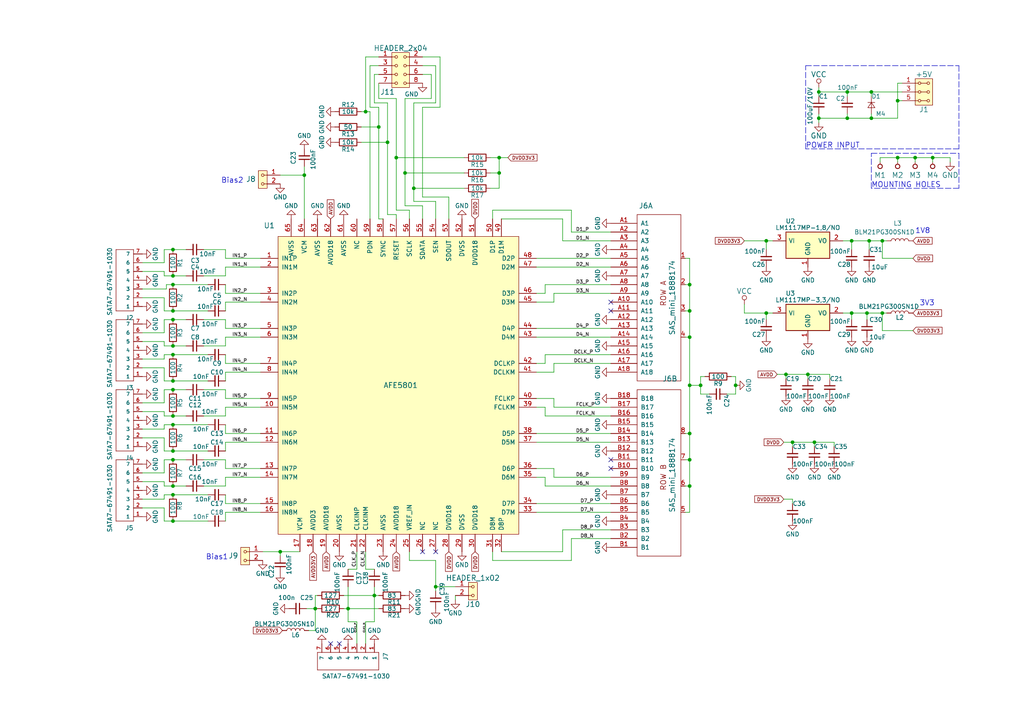
<source format=kicad_sch>
(kicad_sch (version 20210406) (generator eeschema)
  (paper "A4")
  (title_block (title "ADCoctoSPI01A") (date "%F") (rev "REV 0.2") (company "ORBISYS www.orbisys.sk") (comment 1 "VERSION 1") (comment 2 "8-channel ADC") (comment 3 "Maksim Rezenov, Jakub kakona"))
  (junction (at 50.165 72.39) (diameter 0.9144))
  (junction (at 50.165 80.01) (diameter 0.9144))
  (junction (at 50.165 82.55) (diameter 0.9144))
  (junction (at 50.165 90.17) (diameter 0.9144))
  (junction (at 50.165 92.71) (diameter 0.9144))
  (junction (at 50.165 100.33) (diameter 0.9144))
  (junction (at 50.165 102.87) (diameter 0.9144))
  (junction (at 50.165 110.49) (diameter 0.9144))
  (junction (at 50.165 113.03) (diameter 0.9144))
  (junction (at 50.165 120.65) (diameter 0.9144))
  (junction (at 50.165 123.19) (diameter 0.9144))
  (junction (at 50.165 130.81) (diameter 0.9144))
  (junction (at 50.165 133.35) (diameter 0.9144))
  (junction (at 50.165 140.97) (diameter 0.9144))
  (junction (at 50.165 143.51) (diameter 0.9144))
  (junction (at 50.165 151.13) (diameter 0.9144))
  (junction (at 81.28 160.02) (diameter 0.9144))
  (junction (at 88.265 50.8) (diameter 0.9144))
  (junction (at 91.44 176.53) (diameter 0.9144))
  (junction (at 100.965 176.53) (diameter 0.9144))
  (junction (at 106.045 32.385) (diameter 0.9144))
  (junction (at 108.585 172.72) (diameter 0.9144))
  (junction (at 109.855 36.83) (diameter 0.9144))
  (junction (at 112.395 41.275) (diameter 0.9144))
  (junction (at 114.935 45.72) (diameter 0.9144))
  (junction (at 117.475 50.165) (diameter 0.9144))
  (junction (at 120.015 54.61) (diameter 0.9144))
  (junction (at 126.365 170.18) (diameter 0.9144))
  (junction (at 144.78 45.72) (diameter 0.9144))
  (junction (at 144.78 50.165) (diameter 0.9144))
  (junction (at 200.025 82.55) (diameter 0.9144))
  (junction (at 200.025 90.17) (diameter 0.9144))
  (junction (at 200.025 97.79) (diameter 0.9144))
  (junction (at 200.025 111.76) (diameter 0.9144))
  (junction (at 200.025 125.73) (diameter 0.9144))
  (junction (at 200.025 133.35) (diameter 0.9144))
  (junction (at 200.025 140.97) (diameter 0.9144))
  (junction (at 203.2 111.76) (diameter 0.9144))
  (junction (at 213.36 111.76) (diameter 0.9144))
  (junction (at 222.25 69.85) (diameter 0.9144))
  (junction (at 222.25 90.805) (diameter 0.9144))
  (junction (at 227.965 108.585) (diameter 0.9144))
  (junction (at 229.87 128.27) (diameter 0.9144))
  (junction (at 234.315 108.585) (diameter 0.9144))
  (junction (at 236.22 128.27) (diameter 0.9144))
  (junction (at 237.49 26.67) (diameter 0.9144))
  (junction (at 237.49 34.29) (diameter 0.9144))
  (junction (at 245.745 26.67) (diameter 0.9144))
  (junction (at 245.745 34.29) (diameter 0.9144))
  (junction (at 247.015 69.85) (diameter 0.9144))
  (junction (at 247.015 90.805) (diameter 0.9144))
  (junction (at 251.46 90.805) (diameter 0.9144))
  (junction (at 252.095 69.85) (diameter 0.9144))
  (junction (at 252.73 26.67) (diameter 0.9144))
  (junction (at 252.73 34.29) (diameter 0.9144))
  (junction (at 255.905 69.85) (diameter 0.9144))
  (junction (at 255.905 90.805) (diameter 0.9144))
  (junction (at 260.35 29.21) (diameter 0.9144))
  (junction (at 260.35 45.72) (diameter 0.9144))
  (junction (at 265.43 45.72) (diameter 0.9144))
  (junction (at 270.51 45.72) (diameter 0.9144))
  (no_connect (at 95.885 186.69))
  (no_connect (at 98.425 186.69))
  (no_connect (at 122.555 160.02))
  (no_connect (at 126.365 160.02))
  (no_connect (at 177.165 87.63))
  (no_connect (at 177.165 90.17))
  (no_connect (at 177.165 133.35))
  (no_connect (at 177.165 135.89))
  (wire (pts (xy 41.275 76.2) (xy 47.625 76.2)))
  (wire (pts (xy 41.275 78.74) (xy 47.625 78.74)))
  (wire (pts (xy 41.275 83.82) (xy 48.26 83.82)))
  (wire (pts (xy 41.275 86.36) (xy 47.625 86.36)))
  (wire (pts (xy 41.275 99.06) (xy 47.625 99.06)))
  (wire (pts (xy 41.275 106.68) (xy 47.625 106.68)))
  (wire (pts (xy 41.275 119.38) (xy 47.625 119.38)))
  (wire (pts (xy 41.275 124.46) (xy 47.625 124.46)))
  (wire (pts (xy 41.275 127) (xy 47.625 127)))
  (wire (pts (xy 41.275 139.7) (xy 47.625 139.7)))
  (wire (pts (xy 41.275 147.32) (xy 47.625 147.32)))
  (wire (pts (xy 47.625 72.39) (xy 50.165 72.39)))
  (wire (pts (xy 47.625 76.2) (xy 47.625 72.39)))
  (wire (pts (xy 47.625 78.74) (xy 47.625 80.01)))
  (wire (pts (xy 47.625 80.01) (xy 50.165 80.01)))
  (wire (pts (xy 47.625 86.36) (xy 47.625 90.17)))
  (wire (pts (xy 47.625 90.17) (xy 50.165 90.17)))
  (wire (pts (xy 47.625 92.71) (xy 47.625 96.52)))
  (wire (pts (xy 47.625 92.71) (xy 50.165 92.71)))
  (wire (pts (xy 47.625 96.52) (xy 41.275 96.52)))
  (wire (pts (xy 47.625 99.06) (xy 47.625 100.33)))
  (wire (pts (xy 47.625 100.33) (xy 50.165 100.33)))
  (wire (pts (xy 47.625 102.87) (xy 50.165 102.87)))
  (wire (pts (xy 47.625 104.14) (xy 41.275 104.14)))
  (wire (pts (xy 47.625 104.14) (xy 47.625 102.87)))
  (wire (pts (xy 47.625 106.68) (xy 47.625 110.49)))
  (wire (pts (xy 47.625 110.49) (xy 50.165 110.49)))
  (wire (pts (xy 47.625 113.03) (xy 47.625 116.84)))
  (wire (pts (xy 47.625 113.03) (xy 50.165 113.03)))
  (wire (pts (xy 47.625 116.84) (xy 41.275 116.84)))
  (wire (pts (xy 47.625 119.38) (xy 47.625 120.65)))
  (wire (pts (xy 47.625 120.65) (xy 50.165 120.65)))
  (wire (pts (xy 47.625 123.19) (xy 50.165 123.19)))
  (wire (pts (xy 47.625 124.46) (xy 47.625 123.19)))
  (wire (pts (xy 47.625 127) (xy 47.625 130.81)))
  (wire (pts (xy 47.625 130.81) (xy 50.165 130.81)))
  (wire (pts (xy 47.625 133.35) (xy 47.625 137.16)))
  (wire (pts (xy 47.625 133.35) (xy 50.165 133.35)))
  (wire (pts (xy 47.625 137.16) (xy 41.275 137.16)))
  (wire (pts (xy 47.625 139.7) (xy 47.625 140.97)))
  (wire (pts (xy 47.625 140.97) (xy 50.165 140.97)))
  (wire (pts (xy 47.625 143.51) (xy 47.625 144.78)))
  (wire (pts (xy 47.625 143.51) (xy 50.165 143.51)))
  (wire (pts (xy 47.625 144.78) (xy 41.275 144.78)))
  (wire (pts (xy 47.625 147.32) (xy 47.625 151.13)))
  (wire (pts (xy 47.625 151.13) (xy 50.165 151.13)))
  (wire (pts (xy 48.26 82.55) (xy 50.165 82.55)))
  (wire (pts (xy 48.26 83.82) (xy 48.26 82.55)))
  (wire (pts (xy 50.165 72.39) (xy 53.975 72.39)))
  (wire (pts (xy 50.165 80.01) (xy 53.975 80.01)))
  (wire (pts (xy 50.165 82.55) (xy 60.325 82.55)))
  (wire (pts (xy 50.165 90.17) (xy 60.325 90.17)))
  (wire (pts (xy 50.165 92.71) (xy 53.975 92.71)))
  (wire (pts (xy 50.165 100.33) (xy 53.975 100.33)))
  (wire (pts (xy 50.165 102.87) (xy 60.325 102.87)))
  (wire (pts (xy 50.165 110.49) (xy 60.325 110.49)))
  (wire (pts (xy 50.165 113.03) (xy 53.975 113.03)))
  (wire (pts (xy 50.165 120.65) (xy 53.975 120.65)))
  (wire (pts (xy 50.165 123.19) (xy 60.325 123.19)))
  (wire (pts (xy 50.165 130.81) (xy 60.325 130.81)))
  (wire (pts (xy 50.165 133.35) (xy 53.975 133.35)))
  (wire (pts (xy 50.165 140.97) (xy 53.975 140.97)))
  (wire (pts (xy 50.165 143.51) (xy 60.325 143.51)))
  (wire (pts (xy 50.165 151.13) (xy 60.325 151.13)))
  (wire (pts (xy 59.055 72.39) (xy 65.405 72.39)))
  (wire (pts (xy 59.055 92.71) (xy 65.405 92.71)))
  (wire (pts (xy 59.055 100.33) (xy 65.405 100.33)))
  (wire (pts (xy 59.055 113.03) (xy 65.405 113.03)))
  (wire (pts (xy 59.055 120.65) (xy 65.405 120.65)))
  (wire (pts (xy 59.055 133.35) (xy 65.405 133.35)))
  (wire (pts (xy 59.055 140.97) (xy 65.405 140.97)))
  (wire (pts (xy 65.405 72.39) (xy 65.405 74.93)))
  (wire (pts (xy 65.405 74.93) (xy 75.565 74.93)))
  (wire (pts (xy 65.405 77.47) (xy 65.405 80.01)))
  (wire (pts (xy 65.405 77.47) (xy 75.565 77.47)))
  (wire (pts (xy 65.405 80.01) (xy 59.055 80.01)))
  (wire (pts (xy 65.405 82.55) (xy 65.405 85.09)))
  (wire (pts (xy 65.405 85.09) (xy 75.565 85.09)))
  (wire (pts (xy 65.405 87.63) (xy 75.565 87.63)))
  (wire (pts (xy 65.405 90.17) (xy 65.405 87.63)))
  (wire (pts (xy 65.405 92.71) (xy 65.405 95.25)))
  (wire (pts (xy 65.405 95.25) (xy 75.565 95.25)))
  (wire (pts (xy 65.405 97.79) (xy 75.565 97.79)))
  (wire (pts (xy 65.405 100.33) (xy 65.405 97.79)))
  (wire (pts (xy 65.405 102.87) (xy 65.405 105.41)))
  (wire (pts (xy 65.405 105.41) (xy 75.565 105.41)))
  (wire (pts (xy 65.405 107.95) (xy 75.565 107.95)))
  (wire (pts (xy 65.405 110.49) (xy 65.405 107.95)))
  (wire (pts (xy 65.405 113.03) (xy 65.405 115.57)))
  (wire (pts (xy 65.405 115.57) (xy 75.565 115.57)))
  (wire (pts (xy 65.405 118.11) (xy 75.565 118.11)))
  (wire (pts (xy 65.405 120.65) (xy 65.405 118.11)))
  (wire (pts (xy 65.405 123.19) (xy 65.405 125.73)))
  (wire (pts (xy 65.405 125.73) (xy 75.565 125.73)))
  (wire (pts (xy 65.405 128.27) (xy 75.565 128.27)))
  (wire (pts (xy 65.405 130.81) (xy 65.405 128.27)))
  (wire (pts (xy 65.405 133.35) (xy 65.405 135.89)))
  (wire (pts (xy 65.405 135.89) (xy 75.565 135.89)))
  (wire (pts (xy 65.405 138.43) (xy 75.565 138.43)))
  (wire (pts (xy 65.405 140.97) (xy 65.405 138.43)))
  (wire (pts (xy 65.405 143.51) (xy 65.405 146.05)))
  (wire (pts (xy 65.405 146.05) (xy 75.565 146.05)))
  (wire (pts (xy 65.405 148.59) (xy 75.565 148.59)))
  (wire (pts (xy 65.405 151.13) (xy 65.405 148.59)))
  (wire (pts (xy 76.2 160.02) (xy 81.28 160.02)))
  (wire (pts (xy 81.28 50.8) (xy 88.265 50.8)))
  (wire (pts (xy 81.28 160.02) (xy 86.995 160.02)))
  (wire (pts (xy 81.28 161.29) (xy 81.28 160.02)))
  (wire (pts (xy 88.265 48.26) (xy 88.265 50.8)))
  (wire (pts (xy 88.265 50.8) (xy 88.265 63.5)))
  (wire (pts (xy 88.9 176.53) (xy 91.44 176.53)))
  (wire (pts (xy 89.535 182.88) (xy 91.44 182.88)))
  (wire (pts (xy 91.44 172.72) (xy 91.44 176.53)))
  (wire (pts (xy 91.44 182.88) (xy 91.44 176.53)))
  (wire (pts (xy 92.075 172.72) (xy 91.44 172.72)))
  (wire (pts (xy 92.075 176.53) (xy 91.44 176.53)))
  (wire (pts (xy 99.695 172.72) (xy 108.585 172.72)))
  (wire (pts (xy 99.695 176.53) (xy 100.965 176.53)))
  (wire (pts (xy 100.965 165.1) (xy 103.505 165.1)))
  (wire (pts (xy 100.965 170.18) (xy 100.965 176.53)))
  (wire (pts (xy 100.965 176.53) (xy 100.965 180.34)))
  (wire (pts (xy 100.965 180.34) (xy 103.505 180.34)))
  (wire (pts (xy 103.505 160.02) (xy 103.505 165.1)))
  (wire (pts (xy 103.505 180.34) (xy 103.505 186.69)))
  (wire (pts (xy 104.775 32.385) (xy 106.045 32.385)))
  (wire (pts (xy 104.775 36.83) (xy 109.855 36.83)))
  (wire (pts (xy 104.775 41.275) (xy 112.395 41.275)))
  (wire (pts (xy 106.045 16.51) (xy 106.045 32.385)))
  (wire (pts (xy 106.045 32.385) (xy 107.315 32.385)))
  (wire (pts (xy 106.045 160.02) (xy 106.045 165.1)))
  (wire (pts (xy 106.045 165.1) (xy 108.585 165.1)))
  (wire (pts (xy 106.045 180.34) (xy 108.585 180.34)))
  (wire (pts (xy 106.045 186.69) (xy 106.045 180.34)))
  (wire (pts (xy 107.315 19.05) (xy 107.315 31.115)))
  (wire (pts (xy 107.315 31.115) (xy 109.855 31.115)))
  (wire (pts (xy 107.315 32.385) (xy 107.315 63.5)))
  (wire (pts (xy 108.585 21.59) (xy 108.585 29.845)))
  (wire (pts (xy 108.585 29.845) (xy 112.395 29.845)))
  (wire (pts (xy 108.585 172.72) (xy 108.585 170.18)))
  (wire (pts (xy 108.585 180.34) (xy 108.585 172.72)))
  (wire (pts (xy 109.855 16.51) (xy 106.045 16.51)))
  (wire (pts (xy 109.855 19.05) (xy 107.315 19.05)))
  (wire (pts (xy 109.855 21.59) (xy 108.585 21.59)))
  (wire (pts (xy 109.855 24.13) (xy 109.855 28.575)))
  (wire (pts (xy 109.855 28.575) (xy 114.935 28.575)))
  (wire (pts (xy 109.855 31.115) (xy 109.855 36.83)))
  (wire (pts (xy 109.855 36.83) (xy 109.855 63.5)))
  (wire (pts (xy 109.855 63.5) (xy 111.125 63.5)))
  (wire (pts (xy 109.855 172.72) (xy 108.585 172.72)))
  (wire (pts (xy 109.855 176.53) (xy 100.965 176.53)))
  (wire (pts (xy 112.395 29.845) (xy 112.395 41.275)))
  (wire (pts (xy 112.395 41.275) (xy 112.395 62.23)))
  (wire (pts (xy 112.395 62.23) (xy 114.935 62.23)))
  (wire (pts (xy 114.935 28.575) (xy 114.935 45.72)))
  (wire (pts (xy 114.935 45.72) (xy 114.935 60.96)))
  (wire (pts (xy 114.935 60.96) (xy 118.745 60.96)))
  (wire (pts (xy 114.935 62.23) (xy 114.935 63.5)))
  (wire (pts (xy 117.475 28.575) (xy 117.475 50.165)))
  (wire (pts (xy 117.475 28.575) (xy 125.095 28.575)))
  (wire (pts (xy 117.475 50.165) (xy 117.475 59.69)))
  (wire (pts (xy 117.475 59.69) (xy 122.555 59.69)))
  (wire (pts (xy 118.745 60.96) (xy 118.745 63.5)))
  (wire (pts (xy 118.745 160.02) (xy 118.745 162.56)))
  (wire (pts (xy 118.745 162.56) (xy 126.365 162.56)))
  (wire (pts (xy 120.015 29.845) (xy 120.015 54.61)))
  (wire (pts (xy 120.015 29.845) (xy 126.365 29.845)))
  (wire (pts (xy 120.015 54.61) (xy 120.015 58.42)))
  (wire (pts (xy 120.015 58.42) (xy 126.365 58.42)))
  (wire (pts (xy 122.555 31.115) (xy 127.635 31.115)))
  (wire (pts (xy 122.555 57.15) (xy 122.555 31.115)))
  (wire (pts (xy 122.555 57.15) (xy 130.175 57.15)))
  (wire (pts (xy 122.555 59.69) (xy 122.555 63.5)))
  (wire (pts (xy 125.095 21.59) (xy 122.555 21.59)))
  (wire (pts (xy 125.095 28.575) (xy 125.095 21.59)))
  (wire (pts (xy 126.365 19.05) (xy 122.555 19.05)))
  (wire (pts (xy 126.365 29.845) (xy 126.365 19.05)))
  (wire (pts (xy 126.365 58.42) (xy 126.365 63.5)))
  (wire (pts (xy 126.365 162.56) (xy 126.365 170.18)))
  (wire (pts (xy 126.365 170.18) (xy 126.365 171.45)))
  (wire (pts (xy 127.635 16.51) (xy 122.555 16.51)))
  (wire (pts (xy 127.635 31.115) (xy 127.635 16.51)))
  (wire (pts (xy 130.175 57.15) (xy 130.175 63.5)))
  (wire (pts (xy 132.08 170.18) (xy 126.365 170.18)))
  (wire (pts (xy 132.08 172.72) (xy 132.08 173.99)))
  (wire (pts (xy 134.62 45.72) (xy 114.935 45.72)))
  (wire (pts (xy 134.62 50.165) (xy 117.475 50.165)))
  (wire (pts (xy 134.62 54.61) (xy 120.015 54.61)))
  (wire (pts (xy 142.24 45.72) (xy 144.78 45.72)))
  (wire (pts (xy 142.24 50.165) (xy 144.78 50.165)))
  (wire (pts (xy 142.875 60.96) (xy 142.875 63.5)))
  (wire (pts (xy 142.875 160.02) (xy 142.875 162.56)))
  (wire (pts (xy 142.875 162.56) (xy 165.735 162.56)))
  (wire (pts (xy 144.78 45.72) (xy 144.78 50.165)))
  (wire (pts (xy 144.78 45.72) (xy 147.32 45.72)))
  (wire (pts (xy 144.78 50.165) (xy 144.78 54.61)))
  (wire (pts (xy 144.78 54.61) (xy 142.24 54.61)))
  (wire (pts (xy 145.415 63.5) (xy 163.195 63.5)))
  (wire (pts (xy 145.415 160.02) (xy 163.195 160.02)))
  (wire (pts (xy 155.575 74.93) (xy 177.165 74.93)))
  (wire (pts (xy 155.575 77.47) (xy 177.165 77.47)))
  (wire (pts (xy 155.575 85.09) (xy 158.115 85.09)))
  (wire (pts (xy 155.575 87.63) (xy 160.655 87.63)))
  (wire (pts (xy 155.575 95.25) (xy 177.165 95.25)))
  (wire (pts (xy 155.575 97.79) (xy 177.165 97.79)))
  (wire (pts (xy 155.575 105.41) (xy 158.115 105.41)))
  (wire (pts (xy 155.575 107.95) (xy 160.655 107.95)))
  (wire (pts (xy 155.575 115.57) (xy 160.655 115.57)))
  (wire (pts (xy 155.575 118.11) (xy 158.115 118.11)))
  (wire (pts (xy 155.575 125.73) (xy 177.165 125.73)))
  (wire (pts (xy 155.575 128.27) (xy 177.165 128.27)))
  (wire (pts (xy 155.575 135.89) (xy 160.655 135.89)))
  (wire (pts (xy 155.575 138.43) (xy 158.115 138.43)))
  (wire (pts (xy 155.575 146.05) (xy 177.165 146.05)))
  (wire (pts (xy 155.575 148.59) (xy 177.165 148.59)))
  (wire (pts (xy 158.115 82.55) (xy 177.165 82.55)))
  (wire (pts (xy 158.115 85.09) (xy 158.115 82.55)))
  (wire (pts (xy 158.115 102.87) (xy 158.115 105.41)))
  (wire (pts (xy 158.115 118.11) (xy 158.115 120.65)))
  (wire (pts (xy 158.115 120.65) (xy 177.165 120.65)))
  (wire (pts (xy 158.115 138.43) (xy 158.115 140.97)))
  (wire (pts (xy 158.115 140.97) (xy 177.165 140.97)))
  (wire (pts (xy 160.655 85.09) (xy 177.165 85.09)))
  (wire (pts (xy 160.655 87.63) (xy 160.655 85.09)))
  (wire (pts (xy 160.655 105.41) (xy 177.165 105.41)))
  (wire (pts (xy 160.655 107.95) (xy 160.655 105.41)))
  (wire (pts (xy 160.655 115.57) (xy 160.655 118.11)))
  (wire (pts (xy 160.655 118.11) (xy 177.165 118.11)))
  (wire (pts (xy 160.655 135.89) (xy 160.655 138.43)))
  (wire (pts (xy 160.655 138.43) (xy 177.165 138.43)))
  (wire (pts (xy 163.195 63.5) (xy 163.195 69.85)))
  (wire (pts (xy 163.195 69.85) (xy 177.165 69.85)))
  (wire (pts (xy 163.195 153.67) (xy 177.165 153.67)))
  (wire (pts (xy 163.195 160.02) (xy 163.195 153.67)))
  (wire (pts (xy 165.735 60.96) (xy 142.875 60.96)))
  (wire (pts (xy 165.735 67.31) (xy 165.735 60.96)))
  (wire (pts (xy 165.735 156.21) (xy 177.165 156.21)))
  (wire (pts (xy 165.735 162.56) (xy 165.735 156.21)))
  (wire (pts (xy 177.165 67.31) (xy 165.735 67.31)))
  (wire (pts (xy 177.165 102.87) (xy 158.115 102.87)))
  (wire (pts (xy 198.755 74.93) (xy 200.025 74.93)))
  (wire (pts (xy 198.755 82.55) (xy 200.025 82.55)))
  (wire (pts (xy 198.755 90.17) (xy 200.025 90.17)))
  (wire (pts (xy 198.755 97.79) (xy 200.025 97.79)))
  (wire (pts (xy 198.755 125.73) (xy 200.025 125.73)))
  (wire (pts (xy 198.755 133.35) (xy 200.025 133.35)))
  (wire (pts (xy 198.755 140.97) (xy 200.025 140.97)))
  (wire (pts (xy 200.025 74.93) (xy 200.025 82.55)))
  (wire (pts (xy 200.025 82.55) (xy 200.025 90.17)))
  (wire (pts (xy 200.025 90.17) (xy 200.025 97.79)))
  (wire (pts (xy 200.025 97.79) (xy 200.025 111.76)))
  (wire (pts (xy 200.025 111.76) (xy 200.025 125.73)))
  (wire (pts (xy 200.025 111.76) (xy 203.2 111.76)))
  (wire (pts (xy 200.025 125.73) (xy 200.025 133.35)))
  (wire (pts (xy 200.025 133.35) (xy 200.025 140.97)))
  (wire (pts (xy 200.025 140.97) (xy 200.025 148.59)))
  (wire (pts (xy 200.025 148.59) (xy 198.755 148.59)))
  (wire (pts (xy 203.2 109.22) (xy 203.2 111.76)))
  (wire (pts (xy 203.2 111.76) (xy 203.2 114.3)))
  (wire (pts (xy 203.2 114.3) (xy 205.74 114.3)))
  (wire (pts (xy 204.47 109.22) (xy 203.2 109.22)))
  (wire (pts (xy 210.82 114.3) (xy 213.36 114.3)))
  (wire (pts (xy 213.36 109.22) (xy 212.09 109.22)))
  (wire (pts (xy 213.36 111.76) (xy 213.36 109.22)))
  (wire (pts (xy 213.36 114.3) (xy 213.36 111.76)))
  (wire (pts (xy 215.9 69.85) (xy 222.25 69.85)))
  (wire (pts (xy 215.9 88.265) (xy 215.9 90.805)))
  (wire (pts (xy 215.9 90.805) (xy 222.25 90.805)))
  (wire (pts (xy 222.25 69.85) (xy 224.155 69.85)))
  (wire (pts (xy 222.25 72.39) (xy 222.25 69.85)))
  (wire (pts (xy 222.25 90.805) (xy 224.155 90.805)))
  (wire (pts (xy 222.25 92.71) (xy 222.25 90.805)))
  (wire (pts (xy 225.425 108.585) (xy 227.965 108.585)))
  (wire (pts (xy 227.33 128.27) (xy 229.87 128.27)))
  (wire (pts (xy 227.33 144.78) (xy 229.87 144.78)))
  (wire (pts (xy 227.965 108.585) (xy 234.315 108.585)))
  (wire (pts (xy 227.965 109.855) (xy 227.965 108.585)))
  (wire (pts (xy 229.87 128.27) (xy 236.22 128.27)))
  (wire (pts (xy 229.87 129.54) (xy 229.87 128.27)))
  (wire (pts (xy 229.87 144.78) (xy 229.87 146.05)))
  (wire (pts (xy 234.315 108.585) (xy 240.665 108.585)))
  (wire (pts (xy 234.315 109.855) (xy 234.315 108.585)))
  (wire (pts (xy 236.22 128.27) (xy 241.935 128.27)))
  (wire (pts (xy 236.22 129.54) (xy 236.22 128.27)))
  (wire (pts (xy 237.49 25.4) (xy 237.49 26.67)))
  (wire (pts (xy 237.49 26.67) (xy 237.49 27.94)))
  (wire (pts (xy 237.49 26.67) (xy 245.745 26.67)))
  (wire (pts (xy 237.49 33.02) (xy 237.49 34.29)))
  (wire (pts (xy 237.49 34.29) (xy 237.49 35.56)))
  (wire (pts (xy 240.665 108.585) (xy 240.665 109.855)))
  (wire (pts (xy 241.935 128.27) (xy 241.935 129.54)))
  (wire (pts (xy 244.475 69.85) (xy 247.015 69.85)))
  (wire (pts (xy 244.475 90.805) (xy 247.015 90.805)))
  (wire (pts (xy 245.745 26.67) (xy 252.73 26.67)))
  (wire (pts (xy 245.745 27.94) (xy 245.745 26.67)))
  (wire (pts (xy 245.745 33.02) (xy 245.745 34.29)))
  (wire (pts (xy 245.745 34.29) (xy 237.49 34.29)))
  (wire (pts (xy 247.015 69.85) (xy 252.095 69.85)))
  (wire (pts (xy 247.015 72.39) (xy 247.015 69.85)))
  (wire (pts (xy 247.015 90.805) (xy 247.015 92.71)))
  (wire (pts (xy 247.015 90.805) (xy 251.46 90.805)))
  (wire (pts (xy 251.46 90.805) (xy 251.46 92.71)))
  (wire (pts (xy 251.46 90.805) (xy 255.905 90.805)))
  (wire (pts (xy 252.095 69.85) (xy 255.905 69.85)))
  (wire (pts (xy 252.095 72.39) (xy 252.095 69.85)))
  (wire (pts (xy 252.73 26.67) (xy 261.62 26.67)))
  (wire (pts (xy 252.73 27.94) (xy 252.73 26.67)))
  (wire (pts (xy 252.73 33.02) (xy 252.73 34.29)))
  (wire (pts (xy 252.73 34.29) (xy 245.745 34.29)))
  (wire (pts (xy 255.27 45.72) (xy 255.27 46.99)))
  (wire (pts (xy 255.27 45.72) (xy 260.35 45.72)))
  (wire (pts (xy 255.905 69.85) (xy 257.175 69.85)))
  (wire (pts (xy 255.905 74.93) (xy 255.905 69.85)))
  (wire (pts (xy 255.905 74.93) (xy 264.795 74.93)))
  (wire (pts (xy 255.905 90.805) (xy 257.175 90.805)))
  (wire (pts (xy 255.905 95.885) (xy 255.905 90.805)))
  (wire (pts (xy 260.35 24.13) (xy 260.35 29.21)))
  (wire (pts (xy 260.35 29.21) (xy 260.35 34.29)))
  (wire (pts (xy 260.35 34.29) (xy 252.73 34.29)))
  (wire (pts (xy 260.35 45.72) (xy 265.43 45.72)))
  (wire (pts (xy 260.35 46.99) (xy 260.35 45.72)))
  (wire (pts (xy 261.62 24.13) (xy 260.35 24.13)))
  (wire (pts (xy 261.62 29.21) (xy 260.35 29.21)))
  (wire (pts (xy 264.795 95.885) (xy 255.905 95.885)))
  (wire (pts (xy 265.43 45.72) (xy 270.51 45.72)))
  (wire (pts (xy 265.43 46.99) (xy 265.43 45.72)))
  (wire (pts (xy 270.51 45.72) (xy 275.59 45.72)))
  (wire (pts (xy 270.51 46.99) (xy 270.51 45.72)))
  (wire (pts (xy 275.59 45.72) (xy 275.59 46.99)))
  (polyline (pts (xy 233.68 19.05) (xy 278.13 19.05)) (stroke (width 0) (type dash)))
  (polyline (pts (xy 233.68 43.18) (xy 233.68 19.05)) (stroke (width 0) (type dash)))
  (polyline (pts (xy 252.73 44.45) (xy 278.13 44.45)) (stroke (width 0) (type dash)))
  (polyline (pts (xy 252.73 54.61) (xy 252.73 44.45)) (stroke (width 0) (type dash)))
  (polyline (pts (xy 278.13 19.05) (xy 278.13 43.18)) (stroke (width 0) (type dash)))
  (polyline (pts (xy 278.13 43.18) (xy 233.68 43.18)) (stroke (width 0) (type dash)))
  (polyline (pts (xy 278.13 44.45) (xy 278.13 54.61)) (stroke (width 0) (type dash)))
  (polyline (pts (xy 278.13 54.61) (xy 252.73 54.61)) (stroke (width 0) (type dash)))
  (text "Bias1" (at 59.69 162.56 0) (effects (font (size 1.524 1.524)) (justify left bottom)))
  (text "Bias2" (at 64.135 53.34 0) (effects (font (size 1.524 1.524)) (justify left bottom)))
  (text "POWER INPUT" (at 233.68 43.18 0) (effects (font (size 1.524 1.524)) (justify left bottom)))
  (text "MOUNTING HOLES" (at 252.73 54.61 0) (effects (font (size 1.524 1.524)) (justify left bottom)))
  (text "1V8" (at 265.43 67.945 0) (effects (font (size 1.524 1.524)) (justify left bottom)))
  (text "3V3" (at 266.7 88.9 0) (effects (font (size 1.524 1.524)) (justify left bottom)))
  (label "IN1_P" (at 67.31 74.93 0) (effects (font (size 0.9906 0.9906))))
  (label "IN1_N" (at 67.31 77.47 0) (effects (font (size 0.9906 0.9906))))
  (label "IN2_P" (at 67.31 85.09 0) (effects (font (size 0.9906 0.9906))))
  (label "IN2_N" (at 67.31 87.63 0) (effects (font (size 0.9906 0.9906))))
  (label "IN3_P" (at 67.31 95.25 0) (effects (font (size 0.9906 0.9906))))
  (label "IN3_N" (at 67.31 97.79 0) (effects (font (size 0.9906 0.9906))))
  (label "IN4_P" (at 67.31 105.41 0) (effects (font (size 0.9906 0.9906))))
  (label "IN4_N" (at 67.31 107.95 0) (effects (font (size 0.9906 0.9906))))
  (label "IN5_P" (at 67.31 115.57 0) (effects (font (size 0.9906 0.9906))))
  (label "IN5_N" (at 67.31 118.11 0) (effects (font (size 0.9906 0.9906))))
  (label "IN6_P" (at 67.31 125.73 0) (effects (font (size 0.9906 0.9906))))
  (label "IN6_N" (at 67.31 128.27 0) (effects (font (size 0.9906 0.9906))))
  (label "IN7_P" (at 67.31 135.89 0) (effects (font (size 0.9906 0.9906))))
  (label "IN7_N" (at 67.31 138.43 0) (effects (font (size 0.9906 0.9906))))
  (label "IN8_P" (at 67.31 146.05 0) (effects (font (size 0.9906 0.9906))))
  (label "IN8_N" (at 67.31 148.59 0) (effects (font (size 0.9906 0.9906))))
  (label "CLK_P" (at 103.505 164.465 90) (effects (font (size 0.9906 0.9906))))
  (label "CLK1_P" (at 103.505 183.515 90) (effects (font (size 0.508 0.508))))
  (label "CLK_N" (at 106.045 164.465 90) (effects (font (size 0.9906 0.9906))))
  (label "CLK1_N" (at 106.045 183.515 90) (effects (font (size 0.508 0.508))))
  (label "DCLK_P" (at 166.37 102.87 0) (effects (font (size 0.9906 0.9906))))
  (label "DCLK_N" (at 166.37 105.41 0) (effects (font (size 0.9906 0.9906))))
  (label "D1_P" (at 167.005 67.31 0) (effects (font (size 0.9906 0.9906))))
  (label "D1_N" (at 167.005 69.85 0) (effects (font (size 0.9906 0.9906))))
  (label "D2_P" (at 167.005 74.93 0) (effects (font (size 0.9906 0.9906))))
  (label "D2_N" (at 167.005 77.47 0) (effects (font (size 0.9906 0.9906))))
  (label "D3_P" (at 167.005 82.55 0) (effects (font (size 0.9906 0.9906))))
  (label "D3_N" (at 167.005 85.09 0) (effects (font (size 0.9906 0.9906))))
  (label "D4_P" (at 167.005 95.25 0) (effects (font (size 0.9906 0.9906))))
  (label "D4_N" (at 167.005 97.79 0) (effects (font (size 0.9906 0.9906))))
  (label "FCLK_P" (at 167.005 118.11 0) (effects (font (size 0.9906 0.9906))))
  (label "FCLK_N" (at 167.005 120.65 0) (effects (font (size 0.9906 0.9906))))
  (label "D5_P" (at 167.005 125.73 0) (effects (font (size 0.9906 0.9906))))
  (label "D5_N" (at 167.005 128.27 0) (effects (font (size 0.9906 0.9906))))
  (label "D6_P" (at 167.005 138.43 0) (effects (font (size 0.9906 0.9906))))
  (label "D6_N" (at 167.005 140.97 0) (effects (font (size 0.9906 0.9906))))
  (label "D7_P" (at 168.275 146.05 0) (effects (font (size 0.9906 0.9906))))
  (label "D7_N" (at 168.275 148.59 0) (effects (font (size 0.9906 0.9906))))
  (label "D8_P" (at 168.275 153.67 0) (effects (font (size 0.9906 0.9906))))
  (label "D8_N" (at 168.275 156.21 0) (effects (font (size 0.9906 0.9906))))
  (global_label "DVDD3V3" (shape input) (at 81.915 182.88 180) (effects (font (size 0.9906 0.9906))) (property "Intersheet References" "${INTERSHEET_REFS}" (effects hide)))
  (global_label "AVDD3V3" (shape input) (at 90.805 160.02 270) (effects (font (size 0.9906 0.9906))) (property "Intersheet References" "${INTERSHEET_REFS}" (effects hide)))
  (global_label "AVDD" (shape input) (at 94.615 160.02 270) (effects (font (size 0.9906 0.9906))) (property "Intersheet References" "${INTERSHEET_REFS}" (effects hide)))
  (global_label "AVDD" (shape input) (at 95.885 63.5 90) (effects (font (size 0.9906 0.9906))) (property "Intersheet References" "${INTERSHEET_REFS}" (effects hide)))
  (global_label "AVDD" (shape input) (at 114.935 160.02 270) (effects (font (size 0.9906 0.9906))) (property "Intersheet References" "${INTERSHEET_REFS}" (effects hide)))
  (global_label "DVDD" (shape input) (at 130.175 160.02 270) (effects (font (size 0.9906 0.9906))) (property "Intersheet References" "${INTERSHEET_REFS}" (effects hide)))
  (global_label "DVDD" (shape input) (at 137.795 63.5 90) (effects (font (size 0.9906 0.9906))) (property "Intersheet References" "${INTERSHEET_REFS}" (effects hide)))
  (global_label "DVDD" (shape input) (at 137.795 160.02 270) (effects (font (size 0.9906 0.9906))) (property "Intersheet References" "${INTERSHEET_REFS}" (effects hide)))
  (global_label "DVDD3V3" (shape input) (at 147.32 45.72 0) (effects (font (size 0.9906 0.9906))) (property "Intersheet References" "${INTERSHEET_REFS}" (effects hide)))
  (global_label "DVDD3V3" (shape input) (at 215.9 69.85 180) (effects (font (size 0.9906 0.9906))) (property "Intersheet References" "${INTERSHEET_REFS}" (effects hide)))
  (global_label "AVDD" (shape input) (at 225.425 108.585 180) (effects (font (size 0.9906 0.9906))) (property "Intersheet References" "${INTERSHEET_REFS}" (effects hide)))
  (global_label "DVDD" (shape input) (at 227.33 128.27 180) (effects (font (size 0.9906 0.9906))) (property "Intersheet References" "${INTERSHEET_REFS}" (effects hide)))
  (global_label "DVDD3V3" (shape input) (at 227.33 144.78 180) (effects (font (size 0.9906 0.9906))) (property "Intersheet References" "${INTERSHEET_REFS}" (effects hide)))
  (global_label "AVDD" (shape input) (at 264.795 69.85 0) (effects (font (size 0.9906 0.9906))) (property "Intersheet References" "${INTERSHEET_REFS}" (effects hide)))
  (global_label "DVDD" (shape input) (at 264.795 74.93 0) (effects (font (size 0.9906 0.9906))) (property "Intersheet References" "${INTERSHEET_REFS}" (effects hide)))
  (global_label "AVDD3V3" (shape input) (at 264.795 90.805 0) (effects (font (size 0.9906 0.9906))) (property "Intersheet References" "${INTERSHEET_REFS}" (effects hide)))
  (global_label "DVDD3V3" (shape input) (at 264.795 95.885 0) (effects (font (size 0.9906 0.9906))) (property "Intersheet References" "${INTERSHEET_REFS}" (effects hide)))
  (symbol (lib_id "ADCoctoSPI01A-rescue:HOLE-MLAB_MECHANICAL") (at 255.27 48.26 90) (unit 1)
    (property "Reference" "M1" (at 255.27 50.8 90) (effects (font (size 1.524 1.524))))
    (property "Value" "HOLE" (effects hide))
    (property "Footprint" "VIAS:MountingHole_3mm" (effects hide))
  )
  (symbol (lib_id "ADCoctoSPI01A-rescue:HOLE-MLAB_MECHANICAL") (at 260.35 48.26 90) (unit 1)
    (property "Reference" "M2" (at 260.35 50.8 90) (effects (font (size 1.524 1.524))))
    (property "Value" "HOLE" (effects hide))
    (property "Footprint" "VIAS:MountingHole_3mm" (effects hide))
  )
  (symbol (lib_id "ADCoctoSPI01A-rescue:HOLE-MLAB_MECHANICAL") (at 265.43 48.26 90) (unit 1)
    (property "Reference" "M3" (at 265.43 50.8 90) (effects (font (size 1.524 1.524))))
    (property "Value" "HOLE" (effects hide))
    (property "Footprint" "VIAS:MountingHole_3mm" (effects hide))
  )
  (symbol (lib_id "ADCoctoSPI01A-rescue:HOLE-MLAB_MECHANICAL") (at 270.51 48.26 90) (unit 1)
    (property "Reference" "M4" (at 270.51 50.8 90) (effects (font (size 1.524 1.524))))
    (property "Value" "HOLE" (effects hide))
    (property "Footprint" "VIAS:MountingHole_3mm" (effects hide))
  )
  (symbol (lib_id "ADCoctoSPI01A-rescue:VCC-power") (at 215.9 88.265 0) (unit 1)
    (property "Reference" "#PWR035" (effects hide))
    (property "Value" "VCC" (at 215.9 84.455 0) (effects (font (size 1.524 1.524))))
  )
  (symbol (lib_id "ADCoctoSPI01A-rescue:VCC-power") (at 237.49 25.4 0) (unit 1)
    (property "Reference" "#PWR01" (effects hide))
    (property "Value" "VCC" (at 237.49 21.59 0) (effects (font (size 1.524 1.524))))
  )
  (symbol (lib_id "ADCoctoSPI01A-rescue:GND-power") (at 41.275 73.66 90) (unit 1)
    (property "Reference" "#PWR04" (effects hide))
    (property "Value" "GND" (at 45.085 73.66 0))
  )
  (symbol (lib_id "ADCoctoSPI01A-rescue:GND-power") (at 41.275 81.28 90) (unit 1)
    (property "Reference" "#PWR05" (effects hide))
    (property "Value" "GND" (at 45.085 81.28 0))
  )
  (symbol (lib_id "ADCoctoSPI01A-rescue:GND-power") (at 41.275 88.9 90) (unit 1)
    (property "Reference" "#PWR06" (effects hide))
    (property "Value" "GND" (at 45.085 88.9 0))
  )
  (symbol (lib_id "ADCoctoSPI01A-rescue:GND-power") (at 41.275 93.98 90) (unit 1)
    (property "Reference" "#PWR07" (effects hide))
    (property "Value" "GND" (at 45.085 93.98 0))
  )
  (symbol (lib_id "ADCoctoSPI01A-rescue:GND-power") (at 41.275 101.6 90) (unit 1)
    (property "Reference" "#PWR08" (effects hide))
    (property "Value" "GND" (at 45.085 101.6 0))
  )
  (symbol (lib_id "ADCoctoSPI01A-rescue:GND-power") (at 41.275 109.22 90) (unit 1)
    (property "Reference" "#PWR09" (effects hide))
    (property "Value" "GND" (at 45.085 109.22 0))
  )
  (symbol (lib_id "ADCoctoSPI01A-rescue:GND-power") (at 41.275 114.3 90) (unit 1)
    (property "Reference" "#PWR010" (effects hide))
    (property "Value" "GND" (at 45.085 114.3 0))
  )
  (symbol (lib_id "ADCoctoSPI01A-rescue:GND-power") (at 41.275 121.92 90) (unit 1)
    (property "Reference" "#PWR011" (effects hide))
    (property "Value" "GND" (at 45.085 121.92 0))
  )
  (symbol (lib_id "ADCoctoSPI01A-rescue:GND-power") (at 41.275 129.54 90) (unit 1)
    (property "Reference" "#PWR012" (effects hide))
    (property "Value" "GND" (at 45.085 129.54 0))
  )
  (symbol (lib_id "ADCoctoSPI01A-rescue:GND-power") (at 41.275 134.62 90) (unit 1)
    (property "Reference" "#PWR013" (effects hide))
    (property "Value" "GND" (at 45.085 134.62 0))
  )
  (symbol (lib_id "ADCoctoSPI01A-rescue:GND-power") (at 41.275 142.24 90) (unit 1)
    (property "Reference" "#PWR014" (effects hide))
    (property "Value" "GND" (at 45.085 142.24 0))
  )
  (symbol (lib_id "ADCoctoSPI01A-rescue:GND-power") (at 41.275 149.86 90) (unit 1)
    (property "Reference" "#PWR015" (effects hide))
    (property "Value" "GND" (at 45.085 149.86 0))
  )
  (symbol (lib_id "ADCoctoSPI01A-rescue:GND-power") (at 76.2 162.56 0) (unit 1)
    (property "Reference" "#PWR065" (effects hide))
    (property "Value" "GND" (at 76.2 166.37 0))
  )
  (symbol (lib_id "ADCoctoSPI01A-rescue:GND-power") (at 81.28 53.34 0) (unit 1)
    (property "Reference" "#PWR067" (effects hide))
    (property "Value" "GND" (at 81.28 57.15 0))
  )
  (symbol (lib_id "ADCoctoSPI01A-rescue:GND-power") (at 81.28 166.37 0) (unit 1)
    (property "Reference" "#PWR058" (effects hide))
    (property "Value" "GND" (at 81.28 170.18 0))
  )
  (symbol (lib_id "ADCoctoSPI01A-rescue:GND-power") (at 83.82 176.53 270) (unit 1)
    (property "Reference" "#PWR057" (effects hide))
    (property "Value" "GND" (at 80.01 176.53 0))
  )
  (symbol (lib_id "ADCoctoSPI01A-rescue:GND-power") (at 84.455 63.5 180) (unit 1)
    (property "Reference" "#PWR016" (effects hide))
    (property "Value" "GND" (at 84.455 59.69 0))
  )
  (symbol (lib_id "ADCoctoSPI01A-rescue:GND-power") (at 88.265 43.18 180) (unit 1)
    (property "Reference" "#PWR066" (effects hide))
    (property "Value" "GND" (at 88.265 39.37 0))
  )
  (symbol (lib_id "ADCoctoSPI01A-rescue:GND-power") (at 92.075 63.5 180) (unit 1)
    (property "Reference" "#PWR017" (effects hide))
    (property "Value" "GND" (at 92.075 59.69 0))
  )
  (symbol (lib_id "ADCoctoSPI01A-rescue:GND-power") (at 93.345 186.69 180) (unit 1)
    (property "Reference" "#PWR054" (effects hide))
    (property "Value" "GND" (at 93.345 182.88 0))
  )
  (symbol (lib_id "ADCoctoSPI01A-rescue:GND-power") (at 97.155 32.385 270) (unit 1)
    (property "Reference" "#PWR060" (effects hide))
    (property "Value" "GND" (at 93.345 32.385 0))
  )
  (symbol (lib_id "ADCoctoSPI01A-rescue:GND-power") (at 97.155 36.83 270) (unit 1)
    (property "Reference" "#PWR059" (effects hide))
    (property "Value" "GND" (at 93.345 36.83 0))
  )
  (symbol (lib_id "ADCoctoSPI01A-rescue:GND-power") (at 97.155 41.275 270) (unit 1)
    (property "Reference" "#PWR061" (effects hide))
    (property "Value" "GND" (at 93.345 41.275 0))
  )
  (symbol (lib_id "ADCoctoSPI01A-rescue:GND-power") (at 98.425 160.02 0) (unit 1)
    (property "Reference" "#PWR020" (effects hide))
    (property "Value" "GND" (at 98.425 163.83 0))
  )
  (symbol (lib_id "ADCoctoSPI01A-rescue:GND-power") (at 99.695 63.5 180) (unit 1)
    (property "Reference" "#PWR018" (effects hide))
    (property "Value" "GND" (at 99.695 59.69 0))
  )
  (symbol (lib_id "ADCoctoSPI01A-rescue:GND-power") (at 100.965 186.69 180) (unit 1)
    (property "Reference" "#PWR052" (effects hide))
    (property "Value" "GND" (at 100.965 182.88 0))
  )
  (symbol (lib_id "ADCoctoSPI01A-rescue:GND-power") (at 108.585 186.69 180) (unit 1)
    (property "Reference" "#PWR053" (effects hide))
    (property "Value" "GND" (at 108.585 182.88 0))
  )
  (symbol (lib_id "ADCoctoSPI01A-rescue:GND-power") (at 111.125 160.02 0) (unit 1)
    (property "Reference" "#PWR021" (effects hide))
    (property "Value" "GND" (at 111.125 163.83 0))
  )
  (symbol (lib_id "ADCoctoSPI01A-rescue:GND-power") (at 117.475 172.72 90) (unit 1)
    (property "Reference" "#PWR036" (effects hide))
    (property "Value" "GND" (at 121.285 172.72 0))
  )
  (symbol (lib_id "ADCoctoSPI01A-rescue:GND-power") (at 117.475 176.53 90) (unit 1)
    (property "Reference" "#PWR037" (effects hide))
    (property "Value" "GND" (at 121.285 176.53 0))
  )
  (symbol (lib_id "ADCoctoSPI01A-rescue:GND-power") (at 122.555 24.13 0) (unit 1)
    (property "Reference" "#PWR062" (effects hide))
    (property "Value" "GND" (at 119.38 27.305 0))
  )
  (symbol (lib_id "ADCoctoSPI01A-rescue:GND-power") (at 126.365 176.53 0) (unit 1)
    (property "Reference" "#PWR055" (effects hide))
    (property "Value" "GND" (at 126.365 180.34 0))
  )
  (symbol (lib_id "ADCoctoSPI01A-rescue:GND-power") (at 132.08 173.99 0) (unit 1)
    (property "Reference" "#PWR056" (effects hide))
    (property "Value" "GND" (at 132.08 177.8 0))
  )
  (symbol (lib_id "ADCoctoSPI01A-rescue:GND-power") (at 133.985 63.5 180) (unit 1)
    (property "Reference" "#PWR019" (effects hide))
    (property "Value" "GND" (at 133.985 59.69 0))
  )
  (symbol (lib_id "ADCoctoSPI01A-rescue:GND-power") (at 133.985 160.02 0) (unit 1)
    (property "Reference" "#PWR022" (effects hide))
    (property "Value" "GND" (at 133.985 163.83 0))
  )
  (symbol (lib_id "ADCoctoSPI01A-rescue:GND-power") (at 177.165 64.77 270) (unit 1)
    (property "Reference" "#PWR038" (effects hide))
    (property "Value" "GND" (at 173.355 64.77 0))
  )
  (symbol (lib_id "ADCoctoSPI01A-rescue:GND-power") (at 177.165 72.39 270) (unit 1)
    (property "Reference" "#PWR043" (effects hide))
    (property "Value" "GND" (at 173.355 72.39 0))
  )
  (symbol (lib_id "ADCoctoSPI01A-rescue:GND-power") (at 177.165 80.01 270) (unit 1)
    (property "Reference" "#PWR044" (effects hide))
    (property "Value" "GND" (at 173.355 80.01 0))
  )
  (symbol (lib_id "ADCoctoSPI01A-rescue:GND-power") (at 177.165 92.71 270) (unit 1)
    (property "Reference" "#PWR063" (effects hide))
    (property "Value" "GND" (at 173.355 92.71 0))
  )
  (symbol (lib_id "ADCoctoSPI01A-rescue:GND-power") (at 177.165 100.33 270) (unit 1)
    (property "Reference" "#PWR046" (effects hide))
    (property "Value" "GND" (at 173.355 100.33 0))
  )
  (symbol (lib_id "ADCoctoSPI01A-rescue:GND-power") (at 177.165 107.95 270) (unit 1)
    (property "Reference" "#PWR045" (effects hide))
    (property "Value" "GND" (at 173.355 107.95 0))
  )
  (symbol (lib_id "ADCoctoSPI01A-rescue:GND-power") (at 177.165 115.57 270) (unit 1)
    (property "Reference" "#PWR047" (effects hide))
    (property "Value" "GND" (at 173.355 115.57 0))
  )
  (symbol (lib_id "ADCoctoSPI01A-rescue:GND-power") (at 177.165 123.19 270) (unit 1)
    (property "Reference" "#PWR042" (effects hide))
    (property "Value" "GND" (at 173.355 123.19 0))
  )
  (symbol (lib_id "ADCoctoSPI01A-rescue:GND-power") (at 177.165 130.81 270) (unit 1)
    (property "Reference" "#PWR041" (effects hide))
    (property "Value" "GND" (at 173.355 130.81 0))
  )
  (symbol (lib_id "ADCoctoSPI01A-rescue:GND-power") (at 177.165 143.51 270) (unit 1)
    (property "Reference" "#PWR040" (effects hide))
    (property "Value" "GND" (at 173.355 143.51 0))
  )
  (symbol (lib_id "ADCoctoSPI01A-rescue:GND-power") (at 177.165 151.13 270) (unit 1)
    (property "Reference" "#PWR039" (effects hide))
    (property "Value" "GND" (at 173.355 151.13 0))
  )
  (symbol (lib_id "ADCoctoSPI01A-rescue:GND-power") (at 177.165 158.75 270) (unit 1)
    (property "Reference" "#PWR023" (effects hide))
    (property "Value" "GND" (at 173.355 158.75 0))
  )
  (symbol (lib_id "ADCoctoSPI01A-rescue:GND-power") (at 213.36 111.76 90) (unit 1)
    (property "Reference" "#PWR064" (effects hide))
    (property "Value" "GND" (at 217.17 111.76 0))
  )
  (symbol (lib_id "ADCoctoSPI01A-rescue:GND-power") (at 222.25 77.47 0) (unit 1)
    (property "Reference" "#PWR031" (effects hide))
    (property "Value" "GND" (at 222.25 81.28 0))
  )
  (symbol (lib_id "ADCoctoSPI01A-rescue:GND-power") (at 222.25 97.79 0) (unit 1)
    (property "Reference" "#PWR032" (effects hide))
    (property "Value" "GND" (at 222.25 101.6 0))
  )
  (symbol (lib_id "ADCoctoSPI01A-rescue:GND-power") (at 227.965 114.935 0) (unit 1)
    (property "Reference" "#PWR024" (effects hide))
    (property "Value" "GND" (at 227.965 118.745 0))
  )
  (symbol (lib_id "ADCoctoSPI01A-rescue:GND-power") (at 229.87 134.62 0) (unit 1)
    (property "Reference" "#PWR048" (effects hide))
    (property "Value" "GND" (at 229.87 138.43 0))
  )
  (symbol (lib_id "ADCoctoSPI01A-rescue:GND-power") (at 229.87 151.13 0) (unit 1)
    (property "Reference" "#PWR051" (effects hide))
    (property "Value" "GND" (at 229.87 154.94 0))
  )
  (symbol (lib_id "ADCoctoSPI01A-rescue:GND-power") (at 234.315 77.47 0) (unit 1)
    (property "Reference" "#PWR027" (effects hide))
    (property "Value" "GND" (at 234.315 81.28 0))
  )
  (symbol (lib_id "ADCoctoSPI01A-rescue:GND-power") (at 234.315 98.425 0) (unit 1)
    (property "Reference" "#PWR028" (effects hide))
    (property "Value" "GND" (at 234.315 102.235 0))
  )
  (symbol (lib_id "ADCoctoSPI01A-rescue:GND-power") (at 234.315 114.935 0) (unit 1)
    (property "Reference" "#PWR025" (effects hide))
    (property "Value" "GND" (at 234.315 118.745 0))
  )
  (symbol (lib_id "ADCoctoSPI01A-rescue:GND-power") (at 236.22 134.62 0) (unit 1)
    (property "Reference" "#PWR049" (effects hide))
    (property "Value" "GND" (at 236.22 138.43 0))
  )
  (symbol (lib_id "ADCoctoSPI01A-rescue:GND-power") (at 237.49 35.56 0) (unit 1)
    (property "Reference" "#PWR02" (effects hide))
    (property "Value" "GND" (at 237.49 39.37 0) (effects (font (size 1.524 1.524))))
  )
  (symbol (lib_id "ADCoctoSPI01A-rescue:GND-power") (at 240.665 114.935 0) (unit 1)
    (property "Reference" "#PWR026" (effects hide))
    (property "Value" "GND" (at 240.665 118.745 0))
  )
  (symbol (lib_id "ADCoctoSPI01A-rescue:GND-power") (at 241.935 134.62 0) (unit 1)
    (property "Reference" "#PWR050" (effects hide))
    (property "Value" "GND" (at 241.935 138.43 0))
  )
  (symbol (lib_id "ADCoctoSPI01A-rescue:GND-power") (at 247.015 77.47 0) (unit 1)
    (property "Reference" "#PWR030" (effects hide))
    (property "Value" "GND" (at 247.015 81.28 0))
  )
  (symbol (lib_id "ADCoctoSPI01A-rescue:GND-power") (at 247.015 97.79 0) (unit 1)
    (property "Reference" "#PWR033" (effects hide))
    (property "Value" "GND" (at 247.015 101.6 0))
  )
  (symbol (lib_id "ADCoctoSPI01A-rescue:GND-power") (at 251.46 97.79 0) (unit 1)
    (property "Reference" "#PWR034" (effects hide))
    (property "Value" "GND" (at 251.46 101.6 0))
  )
  (symbol (lib_id "ADCoctoSPI01A-rescue:GND-power") (at 252.095 77.47 0) (unit 1)
    (property "Reference" "#PWR029" (effects hide))
    (property "Value" "GND" (at 252.095 81.28 0))
  )
  (symbol (lib_id "ADCoctoSPI01A-rescue:GND-power") (at 275.59 46.99 0) (unit 1)
    (property "Reference" "#PWR03" (effects hide))
    (property "Value" "GND" (at 275.59 50.8 0) (effects (font (size 1.524 1.524))))
  )
  (symbol (lib_id "ADCoctoSPI01A-rescue:L-device") (at 85.725 182.88 90) (unit 1)
    (property "Reference" "L6" (at 85.725 184.15 90))
    (property "Value" "BLM21PG300SN1D" (at 82.55 180.975 90))
    (property "Footprint" "Mlab_R:SMD-0805" (effects hide))
  )
  (symbol (lib_id "ADCoctoSPI01A-rescue:L-device") (at 260.985 69.85 90) (unit 1)
    (property "Reference" "L3" (at 260.35 64.77 90))
    (property "Value" "BLM21PG300SN1D" (at 256.54 67.31 90))
    (property "Footprint" "Mlab_R:SMD-0805" (effects hide))
    (property "Datasheet" "https://www.tme.eu/en/details/dl0805-0.47/smd-0805-inductors/ferrocore/dl0805-r47/" (effects hide))
  )
  (symbol (lib_id "ADCoctoSPI01A-rescue:L-device") (at 260.985 90.805 90) (unit 1)
    (property "Reference" "L2" (at 260.985 92.075 90))
    (property "Value" "BLM21PG300SN1D" (at 257.81 88.9 90))
    (property "Footprint" "Mlab_R:SMD-0805" (effects hide))
    (property "Datasheet" "https://www.tme.eu/en/details/dl0805-0.47/smd-0805-inductors/ferrocore/dl0805-r47/" (effects hide))
  )
  (symbol (lib_id "ADCoctoSPI01A-rescue:D_Small-device") (at 252.73 30.48 90) (mirror x) (unit 1)
    (property "Reference" "D1" (at 252.73 27.94 90) (effects (justify right)))
    (property "Value" "M4" (at 254 33.02 90) (effects (justify right)))
    (property "Footprint" "Diodes_SMD:D_SMA" (effects hide))
  )
  (symbol (lib_id "ADCoctoSPI01A-rescue:R-device") (at 50.165 76.2 0) (unit 1)
    (property "Reference" "R1" (at 52.197 76.2 90))
    (property "Value" "100" (at 50.165 76.2 90))
    (property "Footprint" "Mlab_R:SMD-0603" (effects hide))
  )
  (symbol (lib_id "ADCoctoSPI01A-rescue:R-device") (at 50.165 86.36 0) (unit 1)
    (property "Reference" "R2" (at 52.197 86.36 90))
    (property "Value" "100" (at 50.165 86.36 90))
    (property "Footprint" "Mlab_R:SMD-0603" (effects hide))
  )
  (symbol (lib_id "ADCoctoSPI01A-rescue:R-device") (at 50.165 96.52 0) (unit 1)
    (property "Reference" "R3" (at 52.197 96.52 90))
    (property "Value" "100" (at 50.165 96.52 90))
    (property "Footprint" "Mlab_R:SMD-0603" (effects hide))
  )
  (symbol (lib_id "ADCoctoSPI01A-rescue:R-device") (at 50.165 106.68 0) (unit 1)
    (property "Reference" "R4" (at 52.197 106.68 90))
    (property "Value" "100" (at 50.165 106.68 90))
    (property "Footprint" "Mlab_R:SMD-0603" (effects hide))
  )
  (symbol (lib_id "ADCoctoSPI01A-rescue:R-device") (at 50.165 116.84 0) (unit 1)
    (property "Reference" "R5" (at 52.197 116.84 90))
    (property "Value" "100" (at 50.165 116.84 90))
    (property "Footprint" "Mlab_R:SMD-0603" (effects hide))
  )
  (symbol (lib_id "ADCoctoSPI01A-rescue:R-device") (at 50.165 127 0) (unit 1)
    (property "Reference" "R6" (at 52.197 127 90))
    (property "Value" "100" (at 50.165 127 90))
    (property "Footprint" "Mlab_R:SMD-0603" (effects hide))
  )
  (symbol (lib_id "ADCoctoSPI01A-rescue:R-device") (at 50.165 137.16 0) (unit 1)
    (property "Reference" "R7" (at 52.197 137.16 90))
    (property "Value" "100" (at 50.165 137.16 90))
    (property "Footprint" "Mlab_R:SMD-0603" (effects hide))
  )
  (symbol (lib_id "ADCoctoSPI01A-rescue:R-device") (at 50.165 147.32 0) (unit 1)
    (property "Reference" "R8" (at 52.07 146.685 90))
    (property "Value" "100" (at 50.165 147.32 90))
    (property "Footprint" "Mlab_R:SMD-0603" (effects hide))
  )
  (symbol (lib_id "ADCoctoSPI01A-rescue:R-device") (at 95.885 172.72 270) (unit 1)
    (property "Reference" "R10" (at 96.52 174.625 90))
    (property "Value" "127" (at 95.885 172.72 90))
    (property "Footprint" "Mlab_R:SMD-0603" (effects hide))
  )
  (symbol (lib_id "ADCoctoSPI01A-rescue:R-device") (at 95.885 176.53 270) (unit 1)
    (property "Reference" "R20" (at 96.52 178.435 90))
    (property "Value" "127" (at 95.885 176.53 90))
    (property "Footprint" "Mlab_R:SMD-0603" (effects hide))
  )
  (symbol (lib_id "ADCoctoSPI01A-rescue:R-device") (at 100.965 32.385 90) (unit 1)
    (property "Reference" "R12" (at 100.965 30.353 90))
    (property "Value" "10k" (at 100.965 32.385 90))
    (property "Footprint" "Mlab_R:SMD-0603" (effects hide))
  )
  (symbol (lib_id "ADCoctoSPI01A-rescue:R-device") (at 100.965 36.83 270) (unit 1)
    (property "Reference" "R13" (at 100.965 38.862 90))
    (property "Value" "50" (at 100.965 36.83 90))
    (property "Footprint" "Mlab_R:SMD-0603" (effects hide))
  )
  (symbol (lib_id "ADCoctoSPI01A-rescue:R-device") (at 100.965 41.275 270) (unit 1)
    (property "Reference" "R14" (at 100.965 43.307 90))
    (property "Value" "10k" (at 100.965 41.275 90))
    (property "Footprint" "Mlab_R:SMD-0603" (effects hide))
  )
  (symbol (lib_id "ADCoctoSPI01A-rescue:R-device") (at 113.665 172.72 270) (unit 1)
    (property "Reference" "R11" (at 114.3 174.625 90))
    (property "Value" "83" (at 113.665 172.72 90))
    (property "Footprint" "Mlab_R:SMD-0603" (effects hide))
  )
  (symbol (lib_id "ADCoctoSPI01A-rescue:R-device") (at 113.665 176.53 270) (unit 1)
    (property "Reference" "R21" (at 114.3 178.435 90))
    (property "Value" "83" (at 113.665 176.53 90))
    (property "Footprint" "Mlab_R:SMD-0603" (effects hide))
  )
  (symbol (lib_id "ADCoctoSPI01A-rescue:R-device") (at 138.43 45.72 270) (unit 1)
    (property "Reference" "R15" (at 138.43 47.752 90))
    (property "Value" "10k" (at 138.43 45.72 90))
    (property "Footprint" "Mlab_R:SMD-0603" (effects hide))
  )
  (symbol (lib_id "ADCoctoSPI01A-rescue:R-device") (at 138.43 50.165 270) (unit 1)
    (property "Reference" "R16" (at 138.43 52.197 90))
    (property "Value" "10k" (at 138.43 50.165 90))
    (property "Footprint" "Mlab_R:SMD-0603" (effects hide))
  )
  (symbol (lib_id "ADCoctoSPI01A-rescue:R-device") (at 138.43 54.61 270) (unit 1)
    (property "Reference" "R17" (at 138.43 56.642 90))
    (property "Value" "10k" (at 138.43 54.61 90))
    (property "Footprint" "Mlab_R:SMD-0603" (effects hide))
  )
  (symbol (lib_id "ADCoctoSPI01A-rescue:R-device") (at 208.28 109.22 270) (unit 1)
    (property "Reference" "R9" (at 208.28 111.252 90))
    (property "Value" "100" (at 208.28 109.22 90))
    (property "Footprint" "Mlab_R:SMD-0603" (effects hide))
  )
  (symbol (lib_id "ADCoctoSPI01A-rescue:C_Small-device") (at 56.515 72.39 270) (unit 1)
    (property "Reference" "C3" (at 55.245 75.565 90) (effects (justify left)))
    (property "Value" "10nF" (at 57.785 73.66 90) (effects (justify left)))
    (property "Footprint" "Mlab_C:SMD-0603_narrow" (effects hide))
  )
  (symbol (lib_id "ADCoctoSPI01A-rescue:C_Small-device") (at 56.515 80.01 270) (unit 1)
    (property "Reference" "C4" (at 55.245 77.47 90) (effects (justify left)))
    (property "Value" "10nF" (at 57.785 78.74 90) (effects (justify left)))
    (property "Footprint" "Mlab_C:SMD-0603_narrow" (effects hide))
  )
  (symbol (lib_id "ADCoctoSPI01A-rescue:C_Small-device") (at 56.515 92.71 270) (unit 1)
    (property "Reference" "C7" (at 55.245 95.25 90) (effects (justify left)))
    (property "Value" "10nF" (at 58.42 93.98 90) (effects (justify left)))
    (property "Footprint" "Mlab_C:SMD-0603_narrow" (effects hide))
  )
  (symbol (lib_id "ADCoctoSPI01A-rescue:C_Small-device") (at 56.515 100.33 270) (unit 1)
    (property "Reference" "C8" (at 55.245 97.79 90) (effects (justify left)))
    (property "Value" "10nF" (at 58.42 99.06 90) (effects (justify left)))
    (property "Footprint" "Mlab_C:SMD-0603_narrow" (effects hide))
  )
  (symbol (lib_id "ADCoctoSPI01A-rescue:C_Small-device") (at 56.515 113.03 270) (unit 1)
    (property "Reference" "C11" (at 54.61 115.57 90) (effects (justify left)))
    (property "Value" "10nF" (at 58.42 114.3 90) (effects (justify left)))
    (property "Footprint" "Mlab_C:SMD-0603_narrow" (effects hide))
  )
  (symbol (lib_id "ADCoctoSPI01A-rescue:C_Small-device") (at 56.515 120.65 270) (unit 1)
    (property "Reference" "C12" (at 54.61 117.475 90) (effects (justify left)))
    (property "Value" "10nF" (at 58.42 119.38 90) (effects (justify left)))
    (property "Footprint" "Mlab_C:SMD-0603_narrow" (effects hide))
  )
  (symbol (lib_id "ADCoctoSPI01A-rescue:C_Small-device") (at 56.515 133.35 270) (unit 1)
    (property "Reference" "C15" (at 54.61 135.89 90) (effects (justify left)))
    (property "Value" "10nF" (at 58.42 134.62 90) (effects (justify left)))
    (property "Footprint" "Mlab_C:SMD-0603_narrow" (effects hide))
  )
  (symbol (lib_id "ADCoctoSPI01A-rescue:C_Small-device") (at 56.515 140.97 270) (unit 1)
    (property "Reference" "C16" (at 54.61 138.43 90) (effects (justify left)))
    (property "Value" "10nF" (at 58.42 139.7 90) (effects (justify left)))
    (property "Footprint" "Mlab_C:SMD-0603_narrow" (effects hide))
  )
  (symbol (lib_id "ADCoctoSPI01A-rescue:C_Small-device") (at 62.865 82.55 270) (unit 1)
    (property "Reference" "C5" (at 61.595 85.725 90) (effects (justify left)))
    (property "Value" "10nF" (at 57.15 83.82 90) (effects (justify left)))
    (property "Footprint" "Mlab_C:SMD-0603_narrow" (effects hide))
  )
  (symbol (lib_id "ADCoctoSPI01A-rescue:C_Small-device") (at 62.865 90.17 270) (unit 1)
    (property "Reference" "C6" (at 61.595 87.63 90) (effects (justify left)))
    (property "Value" "10nF" (at 57.15 88.9 90) (effects (justify left)))
    (property "Footprint" "Mlab_C:SMD-0603_narrow" (effects hide))
  )
  (symbol (lib_id "ADCoctoSPI01A-rescue:C_Small-device") (at 62.865 102.87 270) (unit 1)
    (property "Reference" "C9" (at 61.595 105.41 90) (effects (justify left)))
    (property "Value" "10nF" (at 57.15 104.14 90) (effects (justify left)))
    (property "Footprint" "Mlab_C:SMD-0603_narrow" (effects hide))
  )
  (symbol (lib_id "ADCoctoSPI01A-rescue:C_Small-device") (at 62.865 110.49 270) (unit 1)
    (property "Reference" "C10" (at 60.96 107.95 90) (effects (justify left)))
    (property "Value" "10nF" (at 55.88 109.22 90) (effects (justify left)))
    (property "Footprint" "Mlab_C:SMD-0603_narrow" (effects hide))
  )
  (symbol (lib_id "ADCoctoSPI01A-rescue:C_Small-device") (at 62.865 123.19 270) (unit 1)
    (property "Reference" "C13" (at 60.96 125.73 90) (effects (justify left)))
    (property "Value" "10nF" (at 55.88 124.46 90) (effects (justify left)))
    (property "Footprint" "Mlab_C:SMD-0603_narrow" (effects hide))
  )
  (symbol (lib_id "ADCoctoSPI01A-rescue:C_Small-device") (at 62.865 130.81 270) (unit 1)
    (property "Reference" "C14" (at 60.96 128.27 90) (effects (justify left)))
    (property "Value" "10nF" (at 55.88 129.54 90) (effects (justify left)))
    (property "Footprint" "Mlab_C:SMD-0603_narrow" (effects hide))
  )
  (symbol (lib_id "ADCoctoSPI01A-rescue:C_Small-device") (at 62.865 143.51 270) (unit 1)
    (property "Reference" "C17" (at 60.96 146.05 90) (effects (justify left)))
    (property "Value" "10nF" (at 56.515 144.78 90) (effects (justify left)))
    (property "Footprint" "Mlab_C:SMD-0603_narrow" (effects hide))
  )
  (symbol (lib_id "ADCoctoSPI01A-rescue:C_Small-device") (at 62.865 151.13 270) (unit 1)
    (property "Reference" "C18" (at 60.96 148.59 90) (effects (justify left)))
    (property "Value" "10nF" (at 55.88 149.86 90) (effects (justify left)))
    (property "Footprint" "Mlab_C:SMD-0603_narrow" (effects hide))
  )
  (symbol (lib_id "ADCoctoSPI01A-rescue:C_Small-device") (at 81.28 163.83 180) (unit 1)
    (property "Reference" "C22" (at 78.74 163.83 90) (effects (justify left)))
    (property "Value" "100nF" (at 83.82 160.655 90) (effects (justify left)))
    (property "Footprint" "Mlab_C:SMD-0603_narrow" (effects hide))
  )
  (symbol (lib_id "ADCoctoSPI01A-rescue:C_Small-device") (at 86.36 176.53 270) (unit 1)
    (property "Reference" "C25" (at 86.995 173.355 90) (effects (justify left)))
    (property "Value" "100n" (at 80.645 173.355 90) (effects (justify left)))
    (property "Footprint" "Mlab_C:SMD-0603_narrow" (effects hide))
  )
  (symbol (lib_id "ADCoctoSPI01A-rescue:C_Small-device") (at 88.265 45.72 180) (unit 1)
    (property "Reference" "C23" (at 85.09 43.815 90) (effects (justify left)))
    (property "Value" "100nF" (at 90.805 43.18 90) (effects (justify left)))
    (property "Footprint" "Mlab_C:SMD-0603_narrow" (effects hide))
  )
  (symbol (lib_id "ADCoctoSPI01A-rescue:C_Small-device") (at 100.965 167.64 180) (unit 1)
    (property "Reference" "C37" (at 104.14 165.735 90) (effects (justify left)))
    (property "Value" "100nF" (at 97.79 165.735 90) (effects (justify left)))
    (property "Footprint" "Mlab_C:SMD-0603_narrow" (effects hide))
  )
  (symbol (lib_id "ADCoctoSPI01A-rescue:C_Small-device") (at 108.585 167.64 180) (unit 1)
    (property "Reference" "C38" (at 106.045 165.735 90) (effects (justify left)))
    (property "Value" "100nF" (at 111.76 165.735 90) (effects (justify left)))
    (property "Footprint" "Mlab_C:SMD-0603_narrow" (effects hide))
  )
  (symbol (lib_id "ADCoctoSPI01A-rescue:C_Small-device") (at 126.365 173.99 180) (unit 1)
    (property "Reference" "C39" (at 128.27 168.91 90) (effects (justify left)))
    (property "Value" "100nF" (at 129.54 171.45 90) (effects (justify left)))
    (property "Footprint" "Mlab_C:SMD-0603_narrow" (effects hide))
  )
  (symbol (lib_id "ADCoctoSPI01A-rescue:C_Small-device") (at 208.28 114.3 270) (unit 1)
    (property "Reference" "C24" (at 210.82 114.3 0) (effects (justify left)))
    (property "Value" "100nF" (at 205.74 114.3 0) (effects (justify left)))
    (property "Footprint" "Mlab_C:SMD-0603_narrow" (effects hide))
  )
  (symbol (lib_id "ADCoctoSPI01A-rescue:C_Small-device") (at 222.25 74.93 180) (unit 1)
    (property "Reference" "C26" (at 221.996 76.708 0) (effects (justify left)))
    (property "Value" "100nF" (at 221.996 72.898 0) (effects (justify left)))
    (property "Footprint" "Mlab_C:SMD-0603_narrow" (effects hide))
  )
  (symbol (lib_id "ADCoctoSPI01A-rescue:C_Small-device") (at 222.25 95.25 180) (unit 1)
    (property "Reference" "C27" (at 221.996 97.028 0) (effects (justify left)))
    (property "Value" "100nF" (at 221.996 93.218 0) (effects (justify left)))
    (property "Footprint" "Mlab_C:SMD-0603_narrow" (effects hide))
  )
  (symbol (lib_id "ADCoctoSPI01A-rescue:C_Small-device") (at 227.965 112.395 0) (unit 1)
    (property "Reference" "C19" (at 227.965 109.855 0) (effects (justify left)))
    (property "Value" "100nF" (at 227.965 114.935 0) (effects (justify left)))
    (property "Footprint" "Mlab_C:SMD-0603_narrow" (effects hide))
  )
  (symbol (lib_id "ADCoctoSPI01A-rescue:C_Small-device") (at 229.87 132.08 0) (unit 1)
    (property "Reference" "C33" (at 229.87 129.54 0) (effects (justify left)))
    (property "Value" "100nF" (at 229.87 134.62 0) (effects (justify left)))
    (property "Footprint" "Mlab_C:SMD-0603_narrow" (effects hide))
  )
  (symbol (lib_id "ADCoctoSPI01A-rescue:C_Small-device") (at 229.87 148.59 0) (unit 1)
    (property "Reference" "C36" (at 229.87 146.05 0) (effects (justify left)))
    (property "Value" "100nF" (at 229.87 151.13 0) (effects (justify left)))
    (property "Footprint" "Mlab_C:SMD-0603_narrow" (effects hide))
  )
  (symbol (lib_id "ADCoctoSPI01A-rescue:C_Small-device") (at 234.315 112.395 0) (unit 1)
    (property "Reference" "C20" (at 234.315 109.855 0) (effects (justify left)))
    (property "Value" "100nF" (at 234.315 114.935 0) (effects (justify left)))
    (property "Footprint" "Mlab_C:SMD-0603_narrow" (effects hide))
  )
  (symbol (lib_id "ADCoctoSPI01A-rescue:C_Small-device") (at 236.22 132.08 0) (unit 1)
    (property "Reference" "C34" (at 236.22 129.54 0) (effects (justify left)))
    (property "Value" "100nF" (at 236.22 134.62 0) (effects (justify left)))
    (property "Footprint" "Mlab_C:SMD-0603_narrow" (effects hide))
  )
  (symbol (lib_id "ADCoctoSPI01A-rescue:C_Small-device") (at 237.49 30.48 0) (unit 1)
    (property "Reference" "C1" (at 237.49 27.94 0) (effects (justify left)))
    (property "Value" "100uF/10V" (at 234.95 36.195 90) (effects (justify left)))
    (property "Footprint" "Capacitors_SMD:C_1210_HandSoldering" (effects hide))
    (property "Datasheet" "https://www.tme.eu/sk/katalog/#search=100uf+1210&s_field=accuracy&s_order=DESC&id_category=113185&page=1" (effects hide))
  )
  (symbol (lib_id "ADCoctoSPI01A-rescue:C_Small-device") (at 240.665 112.395 0) (unit 1)
    (property "Reference" "C21" (at 240.665 109.855 0) (effects (justify left)))
    (property "Value" "100nF" (at 240.665 114.935 0) (effects (justify left)))
    (property "Footprint" "Mlab_C:SMD-0603_narrow" (effects hide))
  )
  (symbol (lib_id "ADCoctoSPI01A-rescue:C_Small-device") (at 241.935 132.08 0) (unit 1)
    (property "Reference" "C35" (at 241.935 129.54 0) (effects (justify left)))
    (property "Value" "100nF" (at 241.935 134.62 0) (effects (justify left)))
    (property "Footprint" "Mlab_C:SMD-0603_narrow" (effects hide))
  )
  (symbol (lib_id "ADCoctoSPI01A-rescue:C_Small-device") (at 245.745 30.48 180) (unit 1)
    (property "Reference" "C2" (at 245.11 28.575 0) (effects (justify left)))
    (property "Value" "100nF" (at 248.92 25.4 0) (effects (justify left)))
    (property "Footprint" "Mlab_C:SMD-0603_narrow" (effects hide))
  )
  (symbol (lib_id "ADCoctoSPI01A-rescue:C_Small-device") (at 247.015 74.93 180) (unit 1)
    (property "Reference" "C28" (at 246.761 76.708 0) (effects (justify left)))
    (property "Value" "100nF" (at 246.761 72.898 0) (effects (justify left)))
    (property "Footprint" "Mlab_C:SMD-0603_narrow" (effects hide))
  )
  (symbol (lib_id "ADCoctoSPI01A-rescue:C_Small-device") (at 247.015 95.25 180) (unit 1)
    (property "Reference" "C29" (at 246.761 97.028 0) (effects (justify left)))
    (property "Value" "100nF" (at 246.761 93.218 0) (effects (justify left)))
    (property "Footprint" "Mlab_C:SMD-0603_narrow" (effects hide))
  )
  (symbol (lib_id "ADCoctoSPI01A-rescue:C_Small-device") (at 251.46 95.25 0) (unit 1)
    (property "Reference" "C30" (at 252.095 92.71 0) (effects (justify left)))
    (property "Value" "10uF" (at 252.095 97.79 0) (effects (justify left)))
    (property "Footprint" "Mlab_R:SMD-0805" (effects hide))
  )
  (symbol (lib_id "ADCoctoSPI01A-rescue:C_Small-device") (at 252.095 74.93 0) (unit 1)
    (property "Reference" "C31" (at 252.095 72.39 0) (effects (justify left)))
    (property "Value" "10uF" (at 252.73 77.47 0) (effects (justify left)))
    (property "Footprint" "Mlab_R:SMD-0805" (effects hide))
  )
  (symbol (lib_id "ADCoctoSPI01A-rescue:HEADER_1x02-MLAB_HEADER") (at 71.12 161.29 0) (mirror y) (unit 1)
    (property "Reference" "J9" (at 69.1388 161.163 0) (effects (font (size 1.524 1.524)) (justify left)))
    (property "Value" "HEADER_1x02" (effects hide))
    (property "Footprint" "Mlab_Pin_Headers:Straight_1x02" (effects hide))
  )
  (symbol (lib_id "ADCoctoSPI01A-rescue:HEADER_1x02-MLAB_HEADER") (at 76.2 52.07 0) (mirror y) (unit 1)
    (property "Reference" "J8" (at 74.2188 51.943 0) (effects (font (size 1.524 1.524)) (justify left)))
    (property "Value" "HEADER_1x02" (effects hide))
    (property "Footprint" "Mlab_Pin_Headers:Straight_1x02" (effects hide))
  )
  (symbol (lib_id "ADCoctoSPI01A-rescue:HEADER_1x02-MLAB_HEADER") (at 137.16 171.45 0) (unit 1)
    (property "Reference" "J10" (at 137.16 175.26 0) (effects (font (size 1.524 1.524))))
    (property "Value" "HEADER_1x02" (at 137.16 167.64 0) (effects (font (size 1.524 1.524))))
    (property "Footprint" "Mlab_Pin_Headers:Straight_1x02" (effects hide))
  )
  (symbol (lib_id "ADCoctoSPI01A-rescue:HEADER_2x03_PARALLEL-MLAB_HEADER") (at 267.97 26.67 0) (unit 1)
    (property "Reference" "J1" (at 267.97 31.75 0) (effects (font (size 1.524 1.524))))
    (property "Value" "+5V" (at 267.97 21.59 0) (effects (font (size 1.524 1.524))))
    (property "Footprint" "Mlab_Pin_Headers:Straight_2x03" (effects hide))
  )
  (symbol (lib_id "ADCoctoSPI01A-rescue:HEADER_2x04-MLAB_HEADER") (at 116.205 20.32 0) (unit 1)
    (property "Reference" "J11" (at 112.395 26.67 0) (effects (font (size 1.524 1.524))))
    (property "Value" "HEADER_2x04" (at 116.205 13.97 0) (effects (font (size 1.524 1.524))))
    (property "Footprint" "Mlab_Pin_Headers:Straight_2x04" (effects hide))
  )
  (symbol (lib_id "ADCoctoSPI01A-rescue:SATA7-67491-1030-MLAB_CONNECTORS") (at 36.195 81.28 180) (unit 1)
    (property "Reference" "J2" (at 38.735 91.44 0) (effects (justify left bottom)))
    (property "Value" "SATA7-67491-1030" (at 31.115 71.755 90) (effects (justify left bottom)))
    (property "Footprint" "Mlab_CON:SATA-7_THT_VERT_2" (effects hide))
  )
  (symbol (lib_id "ADCoctoSPI01A-rescue:SATA7-67491-1030-MLAB_CONNECTORS") (at 36.195 101.6 180) (unit 1)
    (property "Reference" "J3" (at 38.735 111.76 0) (effects (justify left bottom)))
    (property "Value" "SATA7-67491-1030" (at 31.115 92.71 90) (effects (justify left bottom)))
    (property "Footprint" "Mlab_CON:SATA-7_THT_VERT_2" (effects hide))
  )
  (symbol (lib_id "ADCoctoSPI01A-rescue:SATA7-67491-1030-MLAB_CONNECTORS") (at 36.195 121.92 180) (unit 1)
    (property "Reference" "J4" (at 38.735 132.08 0) (effects (justify left bottom)))
    (property "Value" "SATA7-67491-1030" (at 31.115 113.665 90) (effects (justify left bottom)))
    (property "Footprint" "Mlab_CON:SATA-7_THT_VERT_2" (effects hide))
  )
  (symbol (lib_id "ADCoctoSPI01A-rescue:SATA7-67491-1030-MLAB_CONNECTORS") (at 36.195 142.24 180) (unit 1)
    (property "Reference" "J5" (at 38.735 152.4 0) (effects (justify left bottom)))
    (property "Value" "SATA7-67491-1030" (at 31.115 134.62 90) (effects (justify left bottom)))
    (property "Footprint" "Mlab_CON:SATA-7_THT_VERT_2" (effects hide))
  )
  (symbol (lib_id "ADCoctoSPI01A-rescue:SATA7-67491-1030-MLAB_CONNECTORS") (at 100.965 191.77 270) (unit 1)
    (property "Reference" "J7" (at 111.125 189.23 0) (effects (justify left bottom)))
    (property "Value" "SATA7-67491-1030" (at 93.345 196.85 90) (effects (justify left bottom)))
    (property "Footprint" "Mlab_CON:SATA-7_THT_VERT_2" (effects hide))
  )
  (symbol (lib_id "ADCoctoSPI01A-rescue:LD1117S18TR-RESCUE-ADCoctoSPI01A") (at 234.315 71.12 0) (unit 1)
    (property "Reference" "U2" (at 229.235 64.135 0))
    (property "Value" "LM1117MP-1,8/NO" (at 234.315 66.04 0))
    (property "Footprint" "TO_SOT_Packages_SMD:SOT-223-3_TabPin2" (effects hide))
  )
  (symbol (lib_id "ADCoctoSPI01A-rescue:LD1117S33TR-RESCUE-ADCoctoSPI01A") (at 234.315 92.075 0) (unit 1)
    (property "Reference" "U3" (at 229.235 85.09 0))
    (property "Value" "LM1117MP-3,3/NO" (at 234.315 86.995 0))
    (property "Footprint" "TO_SOT_Packages_SMD:SOT-223-3_TabPin2" (effects hide))
  )
  (symbol (lib_id "ADCoctoSPI01A-rescue:SAS_mini_1888174-MLAB_CONNECTORS") (at 197.485 102.87 0) (unit 1)
    (property "Reference" "J6" (at 187.325 59.69 0) (effects (font (size 1.524 1.524))))
    (property "Value" "SAS_mini_1888174" (at 194.945 86.36 90) (effects (font (size 1.524 1.524))))
    (property "Footprint" "Mlab_CON:SAS_mini_1888174" (effects hide))
  )
  (symbol (lib_id "ADCoctoSPI01A-rescue:SAS_mini_1888174-MLAB_CONNECTORS") (at 197.485 120.65 0) (mirror x) (unit 2)
    (property "Reference" "J6" (at 194.31 109.855 0) (effects (font (size 1.524 1.524))))
    (property "Value" "SAS_mini_1888174" (at 194.945 137.795 90) (effects (font (size 1.524 1.524))))
  )
  (symbol (lib_id "ADCoctoSPI01A-rescue:AFE5801-DENGS_lib") (at 114.935 111.76 0) (unit 1)
    (property "Reference" "U1" (at 78.105 65.405 0) (effects (font (size 1.524 1.524))))
    (property "Value" "AFE5801" (at 116.205 111.76 0) (effects (font (size 1.524 1.524))))
    (property "Footprint" "Mlab_IO:QFN-64-1EP_9x9mm_Pitch0.5mm" (effects hide))
  )
)
</source>
